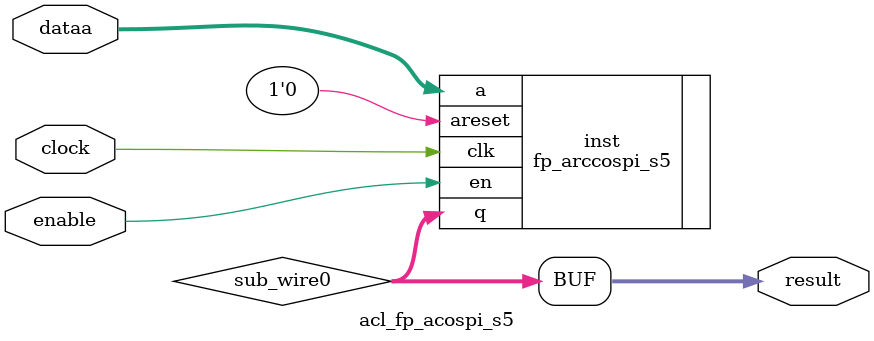
<source format=v>

`timescale 1 ps / 1 ps
// synopsys translate_on
module acl_fp_acospi_s5 (
	enable,
	clock,
	dataa,
	result);

	input	  enable;
	input	  clock;
	input	[31:0]  dataa;
	output	[31:0]  result;

	wire [31:0] sub_wire0;
	wire [31:0] result = sub_wire0[31:0];

	fp_arccospi_s5	inst (
				.en (enable),
        .areset(1'b0),
				.clk(clock),
				.a(dataa),
				.q(sub_wire0));

endmodule

</source>
